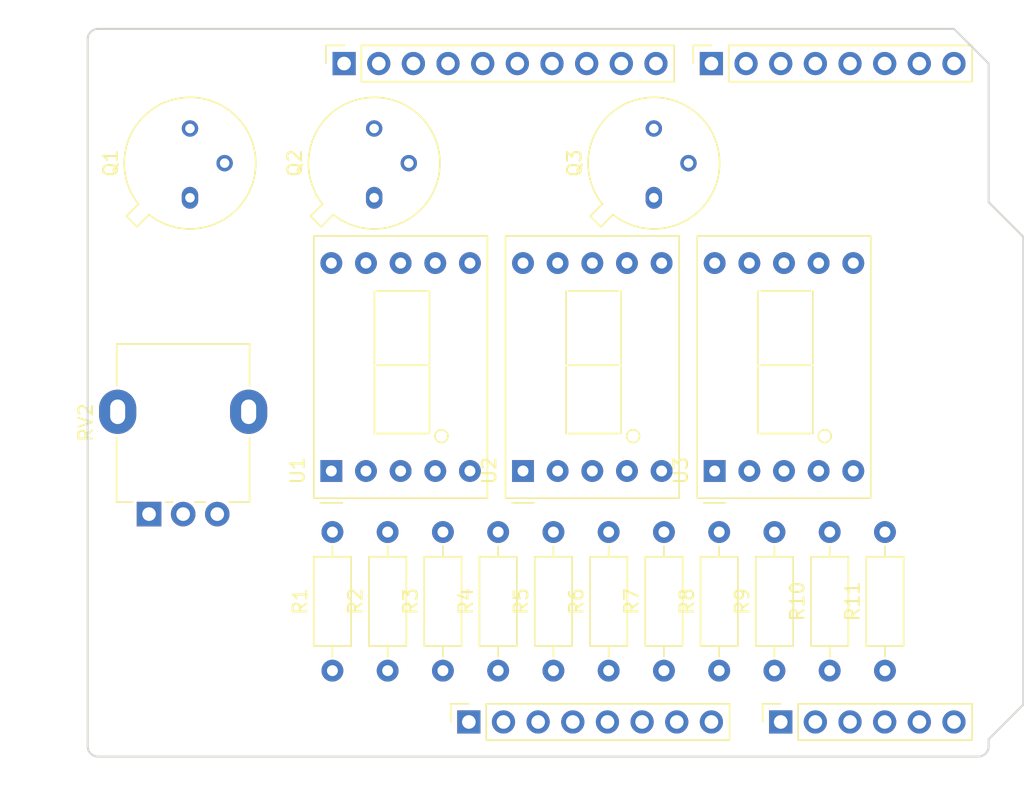
<source format=kicad_pcb>
(kicad_pcb (version 20240108) (generator "pcbnew") (generator_version "8.0")
  (title_block (date "mar. 31 mars 2015"))
  (layers (0 "F.Cu" signal) (31 "B.Cu" signal) (34 "B.Paste" user) (35 "F.Paste" user) (36 "B.SilkS" user "B.Silkscreen") (37 "F.SilkS" user "F.Silkscreen") (38 "B.Mask" user) (39 "F.Mask" user) (44 "Edge.Cuts" user))
  (net 0 "")
  (net 1 "GND")
  (net 3 "+5V")
  (net 4 "/IOREF")
  (net 5 "/A0")
  (net 6 "/A1")
  (net 7 "/A2")
  (net 8 "/A3")
  (net 9 "/SDA{slash}A4")
  (net 10 "/SCL{slash}A5")
  (net 11 "/13")
  (net 12 "/12")
  (net 13 "/AREF")
  (net 14 "/8")
  (net 15 "/7")
  (net 16 "/*11")
  (net 17 "/*10")
  (net 18 "/*9")
  (net 19 "/4")
  (net 20 "/2")
  (net 21 "/*6")
  (net 22 "/*5")
  (net 23 "/TX{slash}1")
  (net 24 "/*3")
  (net 25 "/RX{slash}0")
  (net 26 "+3V3")
  (net 27 "VCC")
  (net 28 "/~{RESET}")
  (net 29 "Net-(Q1-C)")
  (net 30 "Net-(Q1-B)")
  (net 31 "Net-(Q2-B)")
  (net 32 "Net-(Q2-C)")
  (net 33 "Net-(Q3-B)")
  (net 34 "Net-(Q3-C)")
  (net 35 "Net-(U1-DP)")
  (net 36 "Net-(U1-G)")
  (net 37 "Net-(U1-F)")
  (net 38 "Net-(U1-E)")
  (net 39 "Net-(U1-D)")
  (net 40 "Net-(U1-C)")
  (net 41 "Net-(U1-B)")
  (net 42 "Net-(U1-A)")
  (footprint "Connector_PinSocket_2.54mm:PinSocket_1x08_P2.54mm_Vertical" (layer "F.Cu") (at 127.94 97.46 90)
    (property "Reference" "J1" (hide yes))
    (property "Value" "Power")
  )
  (footprint "Connector_PinSocket_2.54mm:PinSocket_1x06_P2.54mm_Vertical" (layer "F.Cu") (at 150.8 97.46 90)
    (property "Reference" "J3" (hide yes))
    (property "Value" "Analog")
  )
  (footprint "Connector_PinSocket_2.54mm:PinSocket_1x10_P2.54mm_Vertical" (layer "F.Cu") (at 118.796 49.2 90)
    (property "Reference" "J2" (hide yes))
    (property "Value" "Digital/PWM")
  )
  (footprint "Connector_PinSocket_2.54mm:PinSocket_1x08_P2.54mm_Vertical" (layer "F.Cu") (at 145.72 49.2 90)
    (property "Reference" "J4" (hide yes))
    (property "Value" "Digital/PWM")
  )
  (footprint "Resistor_THT:R_Axial_DIN0207_L6.3mm_D2.5mm_P10.16mm_Horizontal" (layer "F.Cu") (at 142.24 93.7 90)
    (property "Reference" "R7")
    (property "Value" "R")
  )
  (footprint "Resistor_THT:R_Axial_DIN0207_L6.3mm_D2.5mm_P10.16mm_Horizontal" (layer "F.Cu") (at 158.44 93.7 90)
    (property "Reference" "R11")
    (property "Value" "R")
  )
  (footprint "Display_7Segment:D1X8K" (layer "F.Cu") (at 131.91 79.065 90)
    (property "Reference" "U2")
    (property "Value" "D168K")
  )
  (footprint "Resistor_THT:R_Axial_DIN0207_L6.3mm_D2.5mm_P10.16mm_Horizontal" (layer "F.Cu") (at 117.94 93.7 90)
    (property "Reference" "R1")
    (property "Value" "R")
  )
  (footprint "Resistor_THT:R_Axial_DIN0207_L6.3mm_D2.5mm_P10.16mm_Horizontal" (layer "F.Cu") (at 134.14 93.7 90)
    (property "Reference" "R5")
    (property "Value" "R")
  )
  (footprint "Package_TO_SOT_THT:TO-39-3" (layer "F.Cu") (at 121 59.04 90)
    (property "Reference" "Q2")
    (property "Value" "2N2219")
  )
  (footprint "Resistor_THT:R_Axial_DIN0207_L6.3mm_D2.5mm_P10.16mm_Horizontal" (layer "F.Cu") (at 130.09 93.7 90)
    (property "Reference" "R4")
    (property "Value" "R")
  )
  (footprint "Package_TO_SOT_THT:TO-39-3" (layer "F.Cu") (at 107.5 59.04 90)
    (property "Reference" "Q1")
    (property "Value" "2N2219")
  )
  (footprint "Package_TO_SOT_THT:TO-39-3" (layer "F.Cu") (at 141.5 59.04 90)
    (property "Reference" "Q3")
    (property "Value" "2N2219")
  )
  (footprint "Display_7Segment:D1X8K" (layer "F.Cu") (at 145.96 79.065 90)
    (property "Reference" "U3")
    (property "Value" "D168K")
  )
  (footprint "Arduino_MountingHole:MountingHole_3.2mm" (layer "F.Cu") (at 115.24 49.2)
    (property "Reference" "MH1" (hide yes))
    (property "Value" "MountingHole_3.2mm" (hide yes))
  )
  (footprint "Resistor_THT:R_Axial_DIN0207_L6.3mm_D2.5mm_P10.16mm_Horizontal" (layer "F.Cu") (at 138.19 93.7 90)
    (property "Reference" "R6")
    (property "Value" "R")
  )
  (footprint "Resistor_THT:R_Axial_DIN0207_L6.3mm_D2.5mm_P10.16mm_Horizontal" (layer "F.Cu") (at 150.34 93.7 90)
    (property "Reference" "R9")
    (property "Value" "R")
  )
  (footprint "Resistor_THT:R_Axial_DIN0207_L6.3mm_D2.5mm_P10.16mm_Horizontal" (layer "F.Cu") (at 146.29 93.7 90)
    (property "Reference" "R8")
    (property "Value" "R")
  )
  (footprint "Resistor_THT:R_Axial_DIN0207_L6.3mm_D2.5mm_P10.16mm_Horizontal" (layer "F.Cu") (at 121.99 93.7 90)
    (property "Reference" "R2")
    (property "Value" "R")
  )
  (footprint "Resistor_THT:R_Axial_DIN0207_L6.3mm_D2.5mm_P10.16mm_Horizontal" (layer "F.Cu") (at 126.04 93.7 90)
    (property "Reference" "R3")
    (property "Value" "R")
  )
  (footprint "Potentiometer_THT:Potentiometer_Alpha_RD901F-40-00D_Single_Vertical" (layer "F.Cu") (at 104.5 82.225 90)
    (property "Reference" "RV2")
    (property "Value" "R_Potentiometer")
  )
  (footprint "Arduino_MountingHole:MountingHole_3.2mm" (layer "F.Cu") (at 113.97 97.46)
    (property "Reference" "MH2" (hide yes))
    (property "Value" "MountingHole_3.2mm" (hide yes))
  )
  (footprint "Arduino_MountingHole:MountingHole_3.2mm" (layer "F.Cu") (at 166.04 64.44)
    (property "Reference" "MH3" (hide yes))
    (property "Value" "MountingHole_3.2mm" (hide yes))
  )
  (footprint "Arduino_MountingHole:MountingHole_3.2mm" (layer "F.Cu") (at 166.04 92.38)
    (property "Reference" "MH4" (hide yes))
    (property "Value" "MountingHole_3.2mm" (hide yes))
  )
  (footprint "Resistor_THT:R_Axial_DIN0207_L6.3mm_D2.5mm_P10.16mm_Horizontal" (layer "F.Cu") (at 154.39 93.7 90)
    (property "Reference" "R10")
    (property "Value" "R")
  )
  (footprint "Display_7Segment:D1X8K" (layer "F.Cu") (at 117.86 79.065 90)
    (property "Reference" "U1")
    (property "Value" "D168K")
  )
  (gr_line (start 166.04 59.36) (end 168.58 61.9) (stroke (width 0.15)) (layer "Edge.Cuts"))
  (gr_line (start 100 99.238) (end 100 47.422) (stroke (width 0.15)) (layer "Edge.Cuts"))
  (gr_line (start 168.58 61.9) (end 168.58 96.19) (stroke (width 0.15)) (layer "Edge.Cuts"))
  (gr_line (start 165.278 100) (end 100.762 100) (stroke (width 0.15)) (layer "Edge.Cuts"))
  (gr_line (start 100.762 46.66) (end 163.5 46.66) (stroke (width 0.15)) (layer "Edge.Cuts"))
  (gr_arc (start 100.762 100) (mid 100.223185 99.776815) (end 100 99.238) (stroke (width 0.15)) (layer "Edge.Cuts"))
  (gr_line (start 168.58 96.19) (end 166.04 98.73) (stroke (width 0.15)) (layer "Edge.Cuts"))
  (gr_line (start 163.5 46.66) (end 166.04 49.2) (stroke (width 0.15)) (layer "Edge.Cuts"))
  (gr_arc (start 166.04 99.238) (mid 165.816815 99.776815) (end 165.278 100) (stroke (width 0.15)) (layer "Edge.Cuts"))
  (gr_line (start 166.04 49.2) (end 166.04 59.36) (stroke (width 0.15)) (layer "Edge.Cuts"))
  (gr_line (start 166.04 98.73) (end 166.04 99.238) (stroke (width 0.15)) (layer "Edge.Cuts"))
  (gr_arc (start 100 47.422) (mid 100.223185 46.883185) (end 100.762 46.66) (stroke (width 0.15)) (layer "Edge.Cuts"))
)
</source>
